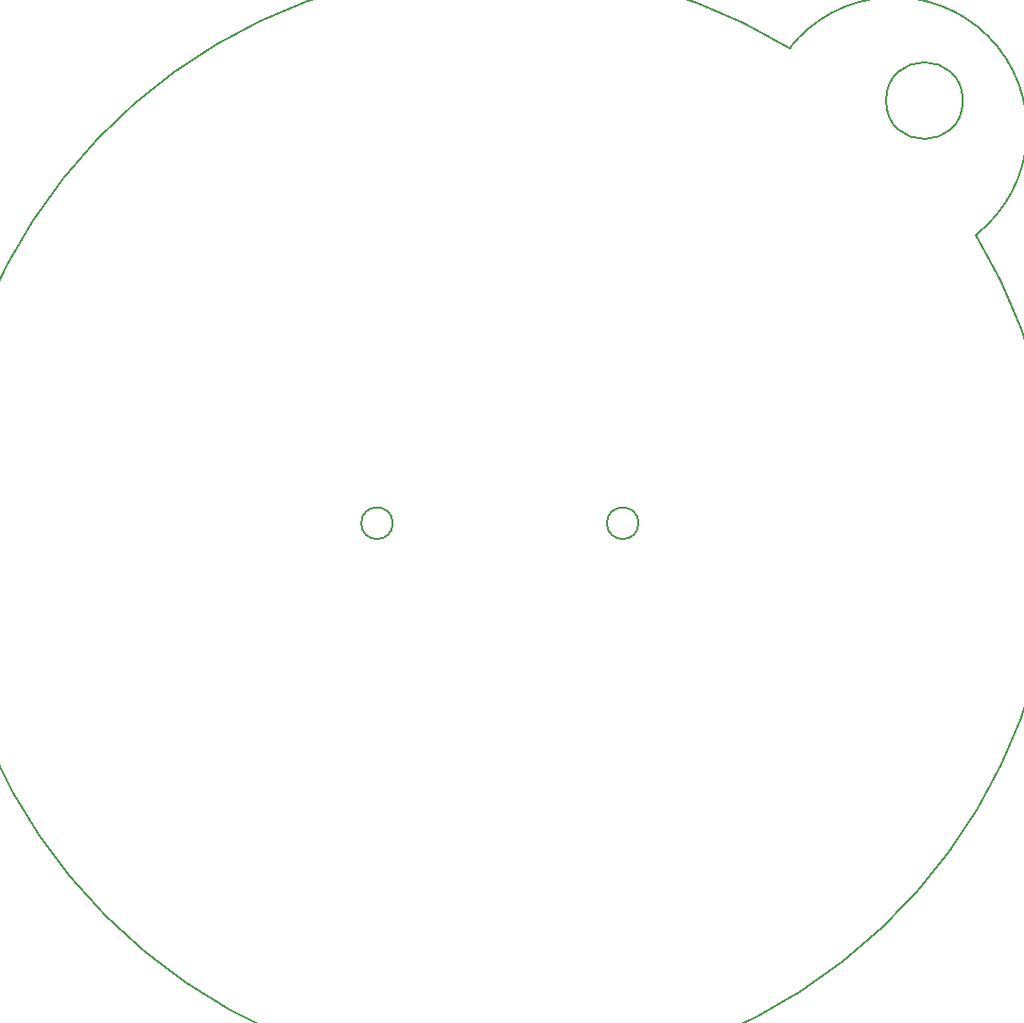
<source format=gm1>
G04 #@! TF.GenerationSoftware,KiCad,Pcbnew,5.0.2+dfsg1-1*
G04 #@! TF.CreationDate,2020-09-22T14:15:05+02:00*
G04 #@! TF.ProjectId,bal,62616c2e-6b69-4636-9164-5f7063625858,rev?*
G04 #@! TF.SameCoordinates,Original*
G04 #@! TF.FileFunction,Profile,NP*
%FSLAX46Y46*%
G04 Gerber Fmt 4.6, Leading zero omitted, Abs format (unit mm)*
G04 Created by KiCad (PCBNEW 5.0.2+dfsg1-1) date Tue 22 Sep 2020 02:15:05 PM CEST*
%MOMM*%
%LPD*%
G01*
G04 APERTURE LIST*
%ADD10C,0.150000*%
%ADD11C,0.200000*%
G04 APERTURE END LIST*
D10*
X172615884Y-79190380D02*
G75*
G02X156000000Y-62500000I-42615884J-25809620D01*
G01*
X142414214Y-105000000D02*
G75*
G03X142414214Y-105000000I-1414214J0D01*
G01*
X120414214Y-105000000D02*
G75*
G03X120414214Y-105000000I-1414214J0D01*
G01*
D11*
X171450000Y-67157600D02*
G75*
G03X171450000Y-67157600I-3435297J0D01*
G01*
D10*
X155902660Y-62502065D02*
G75*
G02X172600000Y-79200000I9400540J-7297135D01*
G01*
M02*

</source>
